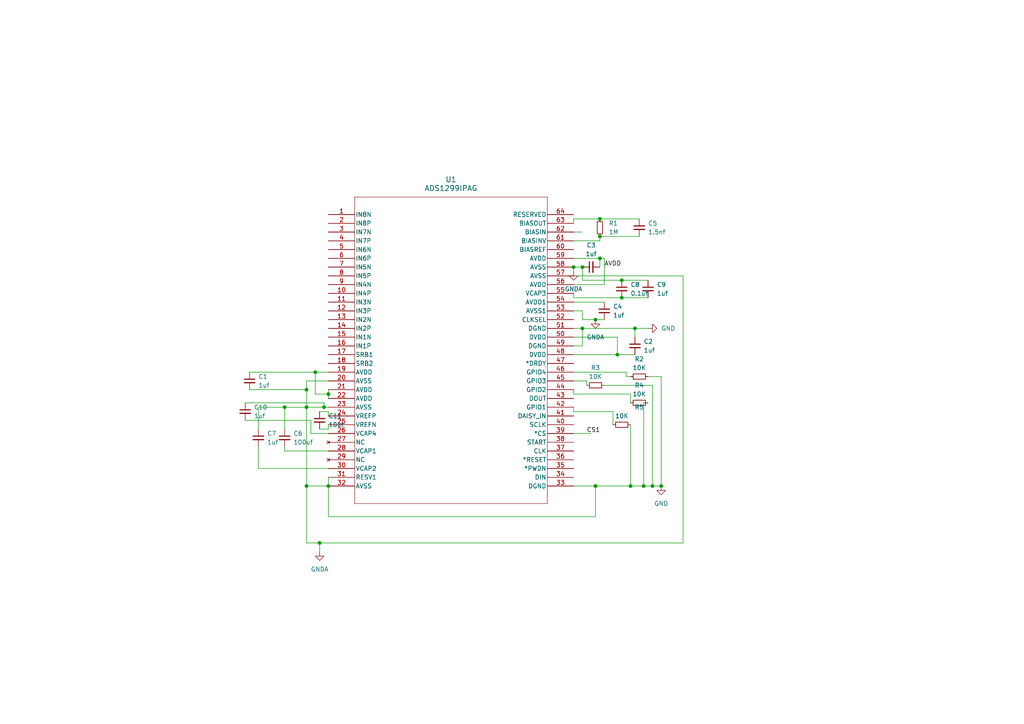
<source format=kicad_sch>
(kicad_sch (version 20230121) (generator eeschema)
  (paper "A4")
  (lib_symbols
    (symbol "ADS1299IPAG:ADS1299IPAG" (pin_names (offset 0.254))
      (property "Reference" "U" (at 35.56 10.16 0))
      (property "Value" "ADS1299IPAG" (at 35.56 7.62 0))
      (symbol "ADS1299IPAG_0_1"
        (polyline (pts (xy 7.62 -83.82) (xy 63.5 -83.82)) (stroke (width 0.127)))
        (polyline (pts (xy 7.62 5.08) (xy 7.62 -83.82)) (stroke (width 0.127)))
        (polyline (pts (xy 63.5 -83.82) (xy 63.5 5.08)) (stroke (width 0.127)))
        (polyline (pts (xy 63.5 5.08) (xy 7.62 5.08)) (stroke (width 0.127)))
        (pin input line (at 0 0 0) (length 7.62) (name "IN8N") (number "1"))
        (pin input line (at 0 -22.86 0) (length 7.62) (name "IN4P") (number "10"))
        (pin input line (at 0 -25.4 0) (length 7.62) (name "IN3N") (number "11"))
        (pin input line (at 0 -27.94 0) (length 7.62) (name "IN3P") (number "12"))
        (pin input line (at 0 -30.48 0) (length 7.62) (name "IN2N") (number "13"))
        (pin input line (at 0 -33.02 0) (length 7.62) (name "IN2P") (number "14"))
        (pin input line (at 0 -35.56 0) (length 7.62) (name "IN1N") (number "15"))
        (pin input line (at 0 -38.1 0) (length 7.62) (name "IN1P") (number "16"))
        (pin bidirectional line (at 0 -40.64 0) (length 7.62) (name "SRB1") (number "17"))
        (pin bidirectional line (at 0 -43.18 0) (length 7.62) (name "SRB2") (number "18"))
        (pin power_in line (at 0 -45.72 0) (length 7.62) (name "AVDD") (number "19"))
        (pin input line (at 0 -2.54 0) (length 7.62) (name "IN8P") (number "2"))
        (pin power_in line (at 0 -48.26 0) (length 7.62) (name "AVSS") (number "20"))
        (pin power_in line (at 0 -50.8 0) (length 7.62) (name "AVDD") (number "21"))
        (pin power_in line (at 0 -53.34 0) (length 7.62) (name "AVDD") (number "22"))
        (pin power_in line (at 0 -55.88 0) (length 7.62) (name "AVSS") (number "23"))
        (pin bidirectional line (at 0 -58.42 0) (length 7.62) (name "VREFP") (number "24"))
        (pin input line (at 0 -60.96 0) (length 7.62) (name "VREFN") (number "25"))
        (pin output line (at 0 -63.5 0) (length 7.62) (name "VCAP4") (number "26"))
        (pin no_connect line (at 0 -66.04 0) (length 7.62) (name "NC") (number "27"))
        (pin unspecified line (at 0 -68.58 0) (length 7.62) (name "VCAP1") (number "28"))
        (pin no_connect line (at 0 -71.12 0) (length 7.62) (name "NC") (number "29"))
        (pin input line (at 0 -5.08 0) (length 7.62) (name "IN7N") (number "3"))
        (pin unspecified line (at 0 -73.66 0) (length 7.62) (name "VCAP2") (number "30"))
        (pin input line (at 0 -76.2 0) (length 7.62) (name "RESV1") (number "31"))
        (pin power_in line (at 0 -78.74 0) (length 7.62) (name "AVSS") (number "32"))
        (pin power_in line (at 71.12 -78.74 180) (length 7.62) (name "DGND") (number "33"))
        (pin input line (at 71.12 -76.2 180) (length 7.62) (name "DIN") (number "34"))
        (pin power_in line (at 71.12 -73.66 180) (length 7.62) (name "*PWDN") (number "35"))
        (pin input line (at 71.12 -71.12 180) (length 7.62) (name "*RESET") (number "36"))
        (pin input line (at 71.12 -68.58 180) (length 7.62) (name "CLK") (number "37"))
        (pin input line (at 71.12 -66.04 180) (length 7.62) (name "START") (number "38"))
        (pin input line (at 71.12 -63.5 180) (length 7.62) (name "*CS") (number "39"))
        (pin input line (at 0 -7.62 0) (length 7.62) (name "IN7P") (number "4"))
        (pin input line (at 71.12 -60.96 180) (length 7.62) (name "SCLK") (number "40"))
        (pin input line (at 71.12 -58.42 180) (length 7.62) (name "DAISY_IN") (number "41"))
        (pin bidirectional line (at 71.12 -55.88 180) (length 7.62) (name "GPIO1") (number "42"))
        (pin output line (at 71.12 -53.34 180) (length 7.62) (name "DOUT") (number "43"))
        (pin bidirectional line (at 71.12 -50.8 180) (length 7.62) (name "GPIO2") (number "44"))
        (pin bidirectional line (at 71.12 -48.26 180) (length 7.62) (name "GPIO3") (number "45"))
        (pin bidirectional line (at 71.12 -45.72 180) (length 7.62) (name "GPIO4") (number "46"))
        (pin output line (at 71.12 -43.18 180) (length 7.62) (name "*DRDY") (number "47"))
        (pin power_in line (at 71.12 -40.64 180) (length 7.62) (name "DVDD") (number "48"))
        (pin power_in line (at 71.12 -38.1 180) (length 7.62) (name "DGND") (number "49"))
        (pin input line (at 0 -10.16 0) (length 7.62) (name "IN6N") (number "5"))
        (pin power_in line (at 71.12 -35.56 180) (length 7.62) (name "DVDD") (number "50"))
        (pin power_in line (at 71.12 -33.02 180) (length 7.62) (name "DGND") (number "51"))
        (pin input line (at 71.12 -30.48 180) (length 7.62) (name "CLKSEL") (number "52"))
        (pin power_in line (at 71.12 -27.94 180) (length 7.62) (name "AVSS1") (number "53"))
        (pin power_in line (at 71.12 -25.4 180) (length 7.62) (name "AVDD1") (number "54"))
        (pin unspecified line (at 71.12 -22.86 180) (length 7.62) (name "VCAP3") (number "55"))
        (pin power_in line (at 71.12 -20.32 180) (length 7.62) (name "AVDD") (number "56"))
        (pin power_in line (at 71.12 -17.78 180) (length 7.62) (name "AVSS") (number "57"))
        (pin power_in line (at 71.12 -15.24 180) (length 7.62) (name "AVSS") (number "58"))
        (pin power_in line (at 71.12 -12.7 180) (length 7.62) (name "AVDD") (number "59"))
        (pin input line (at 0 -12.7 0) (length 7.62) (name "IN6P") (number "6"))
        (pin input line (at 71.12 -10.16 180) (length 7.62) (name "BIASREF") (number "60"))
        (pin bidirectional line (at 71.12 -7.62 180) (length 7.62) (name "BIASINV") (number "61"))
        (pin input line (at 71.12 -5.08 180) (length 7.62) (name "BIASIN") (number "62"))
        (pin output line (at 71.12 -2.54 180) (length 7.62) (name "BIASOUT") (number "63"))
        (pin output line (at 71.12 0 180) (length 7.62) (name "RESERVED") (number "64"))
        (pin input line (at 0 -15.24 0) (length 7.62) (name "IN5N") (number "7"))
        (pin input line (at 0 -17.78 0) (length 7.62) (name "IN5P") (number "8"))
        (pin input line (at 0 -20.32 0) (length 7.62) (name "IN4N") (number "9"))
      )
    )
    (symbol "Device:C_Small" (pin_numbers hide) (pin_names (offset 0.254) hide)
      (property "Reference" "C" (at 0.254 1.778 0))
      (property "Value" "C_Small" (at 0.254 -2.032 0))
      (symbol "C_Small_0_1"
        (polyline (pts (xy -1.524 -0.508) (xy 1.524 -0.508)) (stroke (width 0.3302)))
        (polyline (pts (xy -1.524 0.508) (xy 1.524 0.508)) (stroke (width 0.3048)))
      )
      (symbol "C_Small_1_1"
        (pin passive line (at 0 2.54 270) (length 2.032) (name "~") (number "1"))
        (pin passive line (at 0 -2.54 90) (length 2.032) (name "~") (number "2"))
      )
    )
    (symbol "Device:R_Small" (pin_numbers hide) (pin_names (offset 0.254) hide)
      (property "Reference" "R" (at 0.762 0.508 0))
      (property "Value" "R_Small" (at 0.762 -1.016 0))
      (symbol "R_Small_0_1"
        (rectangle (start -0.762 1.778) (end 0.762 -1.778) (stroke (width 0.2032)))
      )
      (symbol "R_Small_1_1"
        (pin passive line (at 0 2.54 270) (length 0.762) (name "~") (number "1"))
        (pin passive line (at 0 -2.54 90) (length 0.762) (name "~") (number "2"))
      )
    )
    (symbol "power:GND" (power) (pin_names (offset 0))
      (property "Value" "GND" (at 0 -3.81 0))
      (symbol "GND_0_1"
        (polyline (pts (xy 0 0) (xy 0 -1.27) (xy 1.27 -1.27) (xy 0 -2.54) (xy -1.27 -1.27) (xy 0 -1.27)))
      )
      (symbol "GND_1_1"
        (pin power_in line (at 0 0 270) (length 0) hide (name "GND") (number "1"))
      )
    )
    (symbol "power:GNDA" (power) (pin_names (offset 0))
      (property "Value" "GNDA" (at 0 -3.81 0))
      (symbol "GNDA_0_1"
        (polyline (pts (xy 0 0) (xy 0 -1.27) (xy 1.27 -1.27) (xy 0 -2.54) (xy -1.27 -1.27) (xy 0 -1.27)))
      )
      (symbol "GNDA_1_1"
        (pin power_in line (at 0 0 270) (length 0) hide (name "GNDA") (number "1"))
      )
    )
  )
  (junction (at 82.55 118.11))
  (junction (at 91.44 107.95))
  (junction (at 166.37 77.47))
  (junction (at 189.23 140.97))
  (junction (at 88.9 118.11))
  (junction (at 182.88 140.97))
  (junction (at 95.25 140.97))
  (junction (at 172.72 140.97))
  (junction (at 173.99 63.5))
  (junction (at 168.91 77.47))
  (junction (at 88.9 140.97))
  (junction (at 95.25 114.3))
  (junction (at 191.77 140.97))
  (junction (at 173.99 68.58))
  (junction (at 186.69 140.97))
  (junction (at 180.34 86.36))
  (junction (at 184.15 95.25))
  (junction (at 172.72 92.71))
  (junction (at 179.07 102.87))
  (junction (at 88.9 113.03))
  (junction (at 92.71 157.48))
  (junction (at 93.98 118.11))
  (junction (at 168.91 95.25))
  (junction (at 173.99 74.93))
  (junction (at 180.34 81.28))
  (wire (pts (xy 95.25 125.73) (xy 90.17 125.73)))
  (wire (pts (xy 92.71 119.38) (xy 95.25 119.38)))
  (wire (pts (xy 181.61 109.22) (xy 182.88 109.22)))
  (wire (pts (xy 74.93 118.11) (xy 82.55 118.11)))
  (wire (pts (xy 187.96 116.84) (xy 186.69 116.84)))
  (wire (pts (xy 166.37 110.49) (xy 170.18 110.49)))
  (wire (pts (xy 168.91 90.17) (xy 166.37 90.17)))
  (wire (pts (xy 168.91 95.25) (xy 166.37 95.25)))
  (wire (pts (xy 95.25 114.3) (xy 91.44 114.3)))
  (wire (pts (xy 175.26 92.71) (xy 172.72 92.71)))
  (wire (pts (xy 92.71 157.48) (xy 92.71 160.02)))
  (wire (pts (xy 166.37 63.5) (xy 173.99 63.5)))
  (wire (pts (xy 179.07 102.87) (xy 184.15 102.87)))
  (wire (pts (xy 92.71 157.48) (xy 88.9 157.48)))
  (wire (pts (xy 168.91 77.47) (xy 166.37 77.47)))
  (wire (pts (xy 191.77 109.22) (xy 191.77 140.97)))
  (wire (pts (xy 88.9 118.11) (xy 82.55 118.11)))
  (wire (pts (xy 172.72 92.71) (xy 168.91 92.71)))
  (wire (pts (xy 166.37 74.93) (xy 173.99 74.93)))
  (wire (pts (xy 166.37 69.85) (xy 173.99 69.85)))
  (wire (pts (xy 88.9 118.11) (xy 93.98 118.11)))
  (wire (pts (xy 88.9 140.97) (xy 88.9 118.11)))
  (wire (pts (xy 166.37 80.01) (xy 198.12 80.01)))
  (wire (pts (xy 170.18 110.49) (xy 170.18 111.76)))
  (wire (pts (xy 175.26 74.93) (xy 175.26 82.55)))
  (wire (pts (xy 186.69 140.97) (xy 182.88 140.97)))
  (wire (pts (xy 88.9 157.48) (xy 88.9 140.97)))
  (wire (pts (xy 168.91 95.25) (xy 168.91 100.33)))
  (wire (pts (xy 166.37 86.36) (xy 166.37 85.09)))
  (wire (pts (xy 93.98 118.11) (xy 95.25 118.11)))
  (wire (pts (xy 90.17 125.73) (xy 90.17 121.92)))
  (wire (pts (xy 173.99 63.5) (xy 185.42 63.5)))
  (wire (pts (xy 90.17 121.92) (xy 71.12 121.92)))
  (wire (pts (xy 71.12 116.84) (xy 93.98 116.84)))
  (wire (pts (xy 95.25 119.38) (xy 95.25 120.65)))
  (wire (pts (xy 166.37 125.73) (xy 171.45 125.73)))
  (wire (pts (xy 191.77 140.97) (xy 189.23 140.97)))
  (wire (pts (xy 173.99 74.93) (xy 175.26 74.93)))
  (wire (pts (xy 187.96 95.25) (xy 184.15 95.25)))
  (wire (pts (xy 181.61 107.95) (xy 166.37 107.95)))
  (wire (pts (xy 172.72 149.86) (xy 172.72 140.97)))
  (wire (pts (xy 166.37 64.77) (xy 166.37 63.5)))
  (wire (pts (xy 95.25 123.19) (xy 95.25 124.46)))
  (wire (pts (xy 82.55 130.81) (xy 82.55 129.54)))
  (wire (pts (xy 91.44 107.95) (xy 95.25 107.95)))
  (wire (pts (xy 186.69 116.84) (xy 186.69 140.97)))
  (wire (pts (xy 182.88 114.3) (xy 182.88 116.84)))
  (wire (pts (xy 198.12 157.48) (xy 92.71 157.48)))
  (wire (pts (xy 93.98 116.84) (xy 93.98 118.11)))
  (wire (pts (xy 88.9 113.03) (xy 88.9 118.11)))
  (wire (pts (xy 82.55 118.11) (xy 82.55 124.46)))
  (wire (pts (xy 74.93 124.46) (xy 74.93 118.11)))
  (wire (pts (xy 189.23 140.97) (xy 186.69 140.97)))
  (wire (pts (xy 181.61 109.22) (xy 181.61 107.95)))
  (wire (pts (xy 95.25 138.43) (xy 95.25 140.97)))
  (wire (pts (xy 72.39 113.03) (xy 88.9 113.03)))
  (wire (pts (xy 166.37 100.33) (xy 168.91 100.33)))
  (wire (pts (xy 168.91 92.71) (xy 168.91 90.17)))
  (wire (pts (xy 95.25 130.81) (xy 82.55 130.81)))
  (wire (pts (xy 72.39 107.95) (xy 91.44 107.95)))
  (wire (pts (xy 166.37 119.38) (xy 177.8 119.38)))
  (wire (pts (xy 95.25 114.3) (xy 95.25 115.57)))
  (wire (pts (xy 184.15 95.25) (xy 168.91 95.25)))
  (wire (pts (xy 184.15 95.25) (xy 184.15 97.79)))
  (wire (pts (xy 95.25 110.49) (xy 88.9 110.49)))
  (wire (pts (xy 198.12 80.01) (xy 198.12 157.48)))
  (wire (pts (xy 95.25 149.86) (xy 172.72 149.86)))
  (wire (pts (xy 166.37 114.3) (xy 182.88 114.3)))
  (wire (pts (xy 180.34 86.36) (xy 187.96 86.36)))
  (wire (pts (xy 172.72 140.97) (xy 166.37 140.97)))
  (wire (pts (xy 166.37 82.55) (xy 175.26 82.55)))
  (wire (pts (xy 166.37 67.31) (xy 168.91 67.31)))
  (wire (pts (xy 166.37 102.87) (xy 179.07 102.87)))
  (wire (pts (xy 168.91 77.47) (xy 168.91 81.28)))
  (wire (pts (xy 187.96 109.22) (xy 191.77 109.22)))
  (wire (pts (xy 173.99 69.85) (xy 173.99 68.58)))
  (wire (pts (xy 166.37 77.47) (xy 166.37 78.74)))
  (wire (pts (xy 177.8 119.38) (xy 177.8 123.19)))
  (wire (pts (xy 95.25 113.03) (xy 95.25 114.3)))
  (wire (pts (xy 180.34 86.36) (xy 166.37 86.36)))
  (wire (pts (xy 182.88 140.97) (xy 172.72 140.97)))
  (wire (pts (xy 92.71 124.46) (xy 95.25 124.46)))
  (wire (pts (xy 91.44 114.3) (xy 91.44 107.95)))
  (wire (pts (xy 166.37 114.3) (xy 166.37 113.03)))
  (wire (pts (xy 74.93 135.89) (xy 74.93 129.54)))
  (wire (pts (xy 95.25 140.97) (xy 95.25 149.86)))
  (wire (pts (xy 173.99 74.93) (xy 173.99 77.47)))
  (wire (pts (xy 95.25 135.89) (xy 74.93 135.89)))
  (wire (pts (xy 168.91 81.28) (xy 180.34 81.28)))
  (wire (pts (xy 179.07 97.79) (xy 166.37 97.79)))
  (wire (pts (xy 166.37 87.63) (xy 175.26 87.63)))
  (wire (pts (xy 180.34 81.28) (xy 187.96 81.28)))
  (wire (pts (xy 182.88 123.19) (xy 182.88 140.97)))
  (wire (pts (xy 173.99 68.58) (xy 185.42 68.58)))
  (wire (pts (xy 166.37 119.38) (xy 166.37 118.11)))
  (wire (pts (xy 175.26 111.76) (xy 189.23 111.76)))
  (wire (pts (xy 95.25 140.97) (xy 88.9 140.97)))
  (wire (pts (xy 88.9 110.49) (xy 88.9 113.03)))
  (wire (pts (xy 189.23 111.76) (xy 189.23 140.97)))
  (wire (pts (xy 179.07 102.87) (xy 179.07 97.79)))
  (label "CS1" (at 170.18 125.73 0))
  (label "AVDD" (at 175.26 77.47 0))
  (symbol (lib_id "Device:C_Small") (at 180.34 83.82 0) (unit 1)
    (property "Reference" "C8" (at 182.88 82.5563 0) (effects (justify left)))
    (property "Value" "0.1uf" (at 182.88 85.0963 0) (effects (justify left)))
  )
  (symbol (lib_id "Device:C_Small") (at 187.96 83.82 0) (unit 1)
    (property "Reference" "C9" (at 190.5 82.5563 0) (effects (justify left)))
    (property "Value" "1uf" (at 190.5 85.0963 0) (effects (justify left)))
  )
  (symbol (lib_id "Device:C_Small") (at 184.15 100.33 0) (unit 1)
    (property "Reference" "C2" (at 186.69 99.0663 0) (effects (justify left)))
    (property "Value" "1uf" (at 186.69 101.6063 0) (effects (justify left)))
  )
  (symbol (lib_id "Device:C_Small") (at 185.42 66.04 0) (unit 1)
    (property "Reference" "C5" (at 187.96 64.7763 0) (effects (justify left)))
    (property "Value" "1.5nf" (at 187.96 67.3163 0) (effects (justify left)))
  )
  (symbol (lib_id "power:GND") (at 191.77 140.97 0) (unit 1)
    (property "Reference" "#PWR04" (effects hide))
    (property "Value" "GND" (at 191.77 146.05 0))
  )
  (symbol (lib_id "Device:C_Small") (at 171.45 77.47 90) (unit 1)
    (property "Reference" "C3" (at 171.4563 71.12 90))
    (property "Value" "1uf" (at 171.4563 73.66 90))
  )
  (symbol (lib_id "Device:R_Small") (at 180.34 123.19 270) (unit 1)
    (property "Reference" "R5" (at 185.42 118.11 90))
    (property "Value" "10K" (at 180.34 120.65 90))
  )
  (symbol (lib_id "power:GNDA") (at 172.72 92.71 0) (unit 1)
    (property "Reference" "#PWR03" (effects hide))
    (property "Value" "GNDA" (at 172.72 97.79 0))
  )
  (symbol (lib_id "Device:R_Small") (at 172.72 111.76 90) (unit 1)
    (property "Reference" "R3" (at 172.72 106.68 90))
    (property "Value" "10K" (at 172.72 109.22 90))
  )
  (symbol (lib_id "power:GNDA") (at 92.71 160.02 0) (unit 1)
    (property "Reference" "#PWR01" (effects hide))
    (property "Value" "GNDA" (at 92.71 165.1 0))
  )
  (symbol (lib_id "Device:C_Small") (at 175.26 90.17 0) (unit 1)
    (property "Reference" "C4" (at 177.8 88.9063 0) (effects (justify left)))
    (property "Value" "1uf" (at 177.8 91.4463 0) (effects (justify left)))
  )
  (symbol (lib_id "Device:C_Small") (at 82.55 127 0) (unit 1)
    (property "Reference" "C6" (at 85.09 125.7363 0) (effects (justify left)))
    (property "Value" "100uf" (at 85.09 128.2763 0) (effects (justify left)))
  )
  (symbol (lib_id "Device:R_Small") (at 185.42 109.22 90) (unit 1)
    (property "Reference" "R2" (at 185.42 104.14 90))
    (property "Value" "10K" (at 185.42 106.68 90))
  )
  (symbol (lib_id "Device:R_Small") (at 173.99 66.04 0) (unit 1)
    (property "Reference" "R1" (at 176.53 64.77 0) (effects (justify left)))
    (property "Value" "1M" (at 176.53 67.31 0) (effects (justify left)))
  )
  (symbol (lib_id "power:GND") (at 187.96 95.25 90) (unit 1)
    (property "Reference" "#PWR06" (effects hide))
    (property "Value" "GND" (at 191.77 95.25 90) (effects (justify right)))
  )
  (symbol (lib_id "Device:R_Small") (at 185.42 116.84 90) (unit 1)
    (property "Reference" "R4" (at 185.42 111.76 90))
    (property "Value" "10K" (at 185.42 114.3 90))
  )
  (symbol (lib_id "power:GNDA") (at 166.37 78.74 0) (unit 1)
    (property "Reference" "#PWR02" (effects hide))
    (property "Value" "GNDA" (at 166.37 83.82 0))
  )
  (symbol (lib_id "Device:C_Small") (at 74.93 127 0) (unit 1)
    (property "Reference" "C7" (at 77.47 125.7363 0) (effects (justify left)))
    (property "Value" "1uf" (at 77.47 128.2763 0) (effects (justify left)))
  )
  (symbol (lib_id "ADS1299IPAG:ADS1299IPAG") (at 95.25 62.23 0) (unit 1)
    (property "Reference" "U1" (at 130.81 52.07 0) (effects (font (size 1.524 1.524))))
    (property "Value" "ADS1299IPAG" (at 130.81 54.61 0) (effects (font (size 1.524 1.524))))
    (property "Footprint" "PAG64_TEX" (effects hide))
    (property "Datasheet" "ADS1299IPAG" (effects hide))
  )
  (symbol (lib_id "Device:C_Small") (at 72.39 110.49 0) (unit 1)
    (property "Reference" "C1" (at 74.93 109.2263 0) (effects (justify left)))
    (property "Value" "1uf" (at 74.93 111.7663 0) (effects (justify left)))
  )
  (symbol (lib_id "Device:C_Small") (at 71.12 119.38 0) (unit 1)
    (property "Reference" "C10" (at 73.66 118.1163 0) (effects (justify left)))
    (property "Value" "1uf" (at 73.66 120.6563 0) (effects (justify left)))
  )
  (symbol (lib_id "Device:C_Small") (at 92.71 121.92 0) (unit 1)
    (property "Reference" "C11" (at 95.25 120.6563 0) (effects (justify left)))
    (property "Value" "10uf" (at 95.25 123.1963 0) (effects (justify left)))
  )
)
</source>
